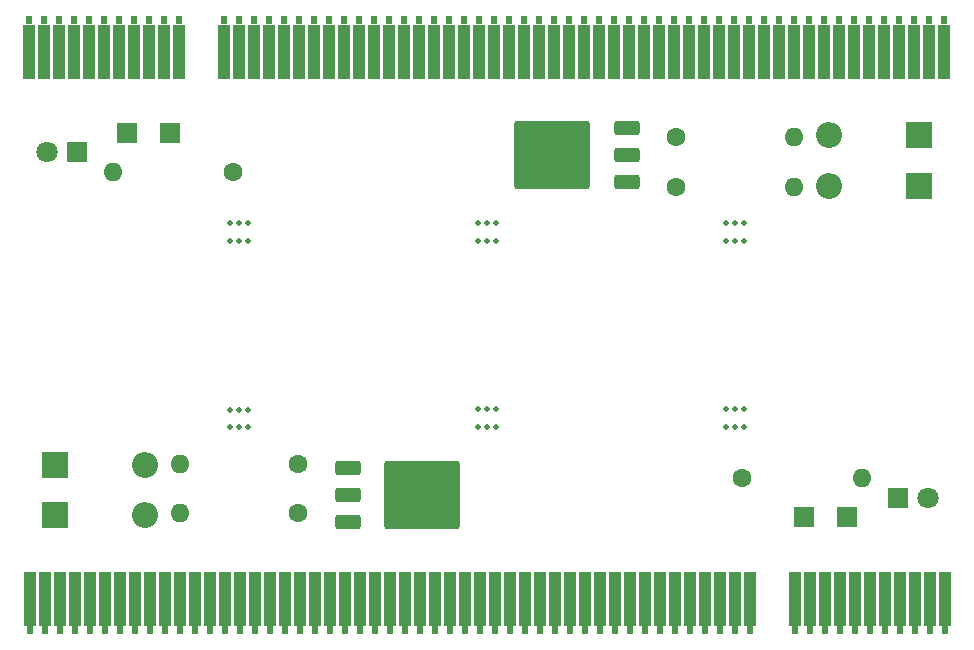
<source format=gbr>
%TF.GenerationSoftware,KiCad,Pcbnew,7.0.7*%
%TF.CreationDate,2023-11-02T08:16:26-05:00*%
%TF.ProjectId,PCI Blaster Mouse Bites,50434920-426c-4617-9374-6572204d6f75,rev?*%
%TF.SameCoordinates,Original*%
%TF.FileFunction,Soldermask,Top*%
%TF.FilePolarity,Negative*%
%FSLAX46Y46*%
G04 Gerber Fmt 4.6, Leading zero omitted, Abs format (unit mm)*
G04 Created by KiCad (PCBNEW 7.0.7) date 2023-11-02 08:16:26*
%MOMM*%
%LPD*%
G01*
G04 APERTURE LIST*
G04 Aperture macros list*
%AMRoundRect*
0 Rectangle with rounded corners*
0 $1 Rounding radius*
0 $2 $3 $4 $5 $6 $7 $8 $9 X,Y pos of 4 corners*
0 Add a 4 corners polygon primitive as box body*
4,1,4,$2,$3,$4,$5,$6,$7,$8,$9,$2,$3,0*
0 Add four circle primitives for the rounded corners*
1,1,$1+$1,$2,$3*
1,1,$1+$1,$4,$5*
1,1,$1+$1,$6,$7*
1,1,$1+$1,$8,$9*
0 Add four rect primitives between the rounded corners*
20,1,$1+$1,$2,$3,$4,$5,0*
20,1,$1+$1,$4,$5,$6,$7,0*
20,1,$1+$1,$6,$7,$8,$9,0*
20,1,$1+$1,$8,$9,$2,$3,0*%
G04 Aperture macros list end*
%ADD10C,0.500000*%
%ADD11R,2.200000X2.200000*%
%ADD12O,2.200000X2.200000*%
%ADD13C,1.600000*%
%ADD14O,1.600000X1.600000*%
%ADD15R,1.020000X4.570000*%
%ADD16R,0.510000X0.760000*%
%ADD17RoundRect,0.250000X0.850000X0.350000X-0.850000X0.350000X-0.850000X-0.350000X0.850000X-0.350000X0*%
%ADD18RoundRect,0.249997X2.950003X2.650003X-2.950003X2.650003X-2.950003X-2.650003X2.950003X-2.650003X0*%
%ADD19R,1.700000X1.700000*%
%ADD20R,1.800000X1.800000*%
%ADD21C,1.800000*%
%ADD22RoundRect,0.250000X-0.850000X-0.350000X0.850000X-0.350000X0.850000X0.350000X-0.850000X0.350000X0*%
%ADD23RoundRect,0.249997X-2.950003X-2.650003X2.950003X-2.650003X2.950003X2.650003X-2.950003X2.650003X0*%
G04 APERTURE END LIST*
D10*
%TO.C,mouse-bite-2mm-slot*%
X154750000Y-79220000D03*
X154750000Y-77720000D03*
X154000000Y-79220000D03*
X154000000Y-77720000D03*
X153250000Y-79220000D03*
X153250000Y-77720000D03*
%TD*%
%TO.C,mouse-bite-2mm-slot*%
X175750000Y-79180000D03*
X175750000Y-77680000D03*
X175000000Y-79180000D03*
X175000000Y-77680000D03*
X174250000Y-79180000D03*
X174250000Y-77680000D03*
%TD*%
D11*
%TO.C,D1*%
X190583000Y-74527000D03*
D12*
X182963000Y-74527000D03*
%TD*%
D11*
%TO.C,D2*%
X190583000Y-70277000D03*
D12*
X182963000Y-70277000D03*
%TD*%
D13*
%TO.C,C2*%
X169998000Y-74602000D03*
D14*
X179998000Y-74602000D03*
%TD*%
D13*
%TO.C,C1*%
X169998000Y-70442000D03*
D14*
X179998000Y-70442000D03*
%TD*%
D10*
%TO.C,mouse-bite-2mm-slot*%
X133750000Y-79220000D03*
X133750000Y-77720000D03*
X133000000Y-79220000D03*
X133000000Y-77720000D03*
X132250000Y-79220000D03*
X132250000Y-77720000D03*
%TD*%
D15*
%TO.C,J1*%
X192683000Y-63172000D03*
D16*
X192683000Y-60512000D03*
D15*
X191413000Y-63172000D03*
D16*
X191413000Y-60512000D03*
D15*
X190153000Y-63172000D03*
D16*
X190153000Y-60512000D03*
D15*
X188873000Y-63172000D03*
D16*
X188873000Y-60512000D03*
D15*
X187603000Y-63172000D03*
D16*
X187603000Y-60512000D03*
D15*
X186333000Y-63172000D03*
D16*
X186333000Y-60512000D03*
D15*
X185063000Y-63172000D03*
D16*
X185063000Y-60512000D03*
D15*
X183793000Y-63172000D03*
D16*
X183793000Y-60512000D03*
D15*
X182523000Y-63172000D03*
D16*
X182523000Y-60512000D03*
D15*
X181253000Y-63172000D03*
D16*
X181253000Y-60512000D03*
D15*
X179983000Y-63172000D03*
D16*
X179983000Y-60512000D03*
D15*
X178723000Y-63172000D03*
D16*
X178723000Y-60512000D03*
D15*
X177443000Y-63172000D03*
D16*
X177443000Y-60512000D03*
D15*
X176173000Y-63172000D03*
D16*
X176173000Y-60512000D03*
D15*
X174903000Y-63172000D03*
D16*
X174903000Y-60512000D03*
D15*
X173633000Y-63172000D03*
D16*
X173633000Y-60512000D03*
D15*
X172363000Y-63172000D03*
D16*
X172363000Y-60512000D03*
D15*
X171093000Y-63172000D03*
D16*
X171093000Y-60512000D03*
D15*
X169833000Y-63172000D03*
D16*
X169833000Y-60512000D03*
D15*
X168553000Y-63172000D03*
D16*
X168553000Y-60512000D03*
D15*
X167293000Y-63172000D03*
D16*
X167293000Y-60512000D03*
D15*
X166013000Y-63172000D03*
D16*
X166013000Y-60512000D03*
D15*
X164743000Y-63172000D03*
D16*
X164743000Y-60512000D03*
D15*
X163473000Y-63172000D03*
D16*
X163473000Y-60512000D03*
D15*
X162203000Y-63172000D03*
D16*
X162203000Y-60512000D03*
D15*
X160933000Y-63172000D03*
D16*
X160933000Y-60512000D03*
D15*
X159663000Y-63172000D03*
D16*
X159663000Y-60512000D03*
D15*
X158393000Y-63172000D03*
D16*
X158393000Y-60512000D03*
D15*
X157123000Y-63172000D03*
D16*
X157123000Y-60512000D03*
D15*
X155853000Y-63172000D03*
D16*
X155853000Y-60512000D03*
D15*
X154583000Y-63172000D03*
D16*
X154583000Y-60512000D03*
D15*
X153313000Y-63172000D03*
D16*
X153313000Y-60512000D03*
D15*
X152043000Y-63172000D03*
D16*
X152043000Y-60512000D03*
D15*
X150773000Y-63172000D03*
D16*
X150773000Y-60512000D03*
D15*
X149503000Y-63172000D03*
D16*
X149503000Y-60512000D03*
D15*
X148233000Y-63172000D03*
D16*
X148233000Y-60512000D03*
D15*
X146963000Y-63172000D03*
D16*
X146963000Y-60512000D03*
D15*
X145693000Y-63172000D03*
D16*
X145693000Y-60512000D03*
D15*
X144423000Y-63172000D03*
D16*
X144423000Y-60512000D03*
D15*
X143153000Y-63172000D03*
D16*
X143153000Y-60512000D03*
D15*
X141883000Y-63172000D03*
D16*
X141883000Y-60512000D03*
D15*
X140613000Y-63172000D03*
D16*
X140613000Y-60512000D03*
D15*
X139343000Y-63172000D03*
D16*
X139343000Y-60512000D03*
D15*
X138073000Y-63172000D03*
D16*
X138073000Y-60512000D03*
D15*
X136803000Y-63172000D03*
D16*
X136803000Y-60512000D03*
D15*
X135533000Y-63172000D03*
D16*
X135533000Y-60512000D03*
D15*
X134263000Y-63172000D03*
D16*
X134263000Y-60512000D03*
D15*
X132993000Y-63172000D03*
D16*
X132993000Y-60512000D03*
D15*
X131723000Y-63172000D03*
D16*
X131723000Y-60512000D03*
D15*
X127913000Y-63172000D03*
D16*
X127913000Y-60512000D03*
D15*
X126643000Y-63172000D03*
D16*
X126643000Y-60512000D03*
D15*
X125373000Y-63172000D03*
D16*
X125373000Y-60512000D03*
D15*
X124103000Y-63172000D03*
D16*
X124103000Y-60512000D03*
D15*
X122833000Y-63172000D03*
D16*
X122833000Y-60512000D03*
D15*
X121563000Y-63172000D03*
D16*
X121563000Y-60512000D03*
D15*
X120293000Y-63172000D03*
D16*
X120293000Y-60512000D03*
D15*
X119023000Y-63172000D03*
D16*
X119023000Y-60512000D03*
D15*
X117753000Y-63172000D03*
D16*
X117753000Y-60512000D03*
D15*
X116483000Y-63172000D03*
D16*
X116483000Y-60512000D03*
D15*
X115223000Y-63172000D03*
D16*
X115223000Y-60512000D03*
%TD*%
D17*
%TO.C,AMS1117CD-3.3*%
X165798000Y-74227000D03*
X165798000Y-71947000D03*
D18*
X159498000Y-71947000D03*
D17*
X165798000Y-69667000D03*
%TD*%
D19*
%TO.C,TP2*%
X123523000Y-70057000D03*
%TD*%
%TO.C,TP1*%
X127173000Y-70097000D03*
%TD*%
D13*
%TO.C,R1*%
X132458000Y-73402000D03*
D14*
X122298000Y-73402000D03*
%TD*%
D20*
%TO.C,+3.3V*%
X119258000Y-71652000D03*
D21*
X116718000Y-71652000D03*
%TD*%
D10*
%TO.C,mouse-bite-2mm-slot*%
X154000000Y-93440000D03*
X154000000Y-94940000D03*
X154750000Y-93440000D03*
X153250000Y-93440000D03*
X153250000Y-94940000D03*
X154750000Y-94940000D03*
%TD*%
%TO.C,mouse-bite-2mm-slot*%
X175000000Y-93440000D03*
X175000000Y-94940000D03*
X175750000Y-93440000D03*
X174250000Y-93440000D03*
X174250000Y-94940000D03*
X175750000Y-94940000D03*
%TD*%
%TO.C,mouse-bite-2mm-slot*%
X133000000Y-93480000D03*
X133000000Y-94980000D03*
X133750000Y-93480000D03*
X132250000Y-93480000D03*
X132250000Y-94980000D03*
X133750000Y-94980000D03*
%TD*%
D11*
%TO.C,D2*%
X117417000Y-102383000D03*
D12*
X125037000Y-102383000D03*
%TD*%
D19*
%TO.C,TP2*%
X184477000Y-102603000D03*
%TD*%
D15*
%TO.C,J1*%
X115317000Y-109488000D03*
D16*
X115317000Y-112148000D03*
D15*
X116587000Y-109488000D03*
D16*
X116587000Y-112148000D03*
D15*
X117847000Y-109488000D03*
D16*
X117847000Y-112148000D03*
D15*
X119127000Y-109488000D03*
D16*
X119127000Y-112148000D03*
D15*
X120397000Y-109488000D03*
D16*
X120397000Y-112148000D03*
D15*
X121667000Y-109488000D03*
D16*
X121667000Y-112148000D03*
D15*
X122937000Y-109488000D03*
D16*
X122937000Y-112148000D03*
D15*
X124207000Y-109488000D03*
D16*
X124207000Y-112148000D03*
D15*
X125477000Y-109488000D03*
D16*
X125477000Y-112148000D03*
D15*
X126747000Y-109488000D03*
D16*
X126747000Y-112148000D03*
D15*
X128017000Y-109488000D03*
D16*
X128017000Y-112148000D03*
D15*
X129277000Y-109488000D03*
D16*
X129277000Y-112148000D03*
D15*
X130557000Y-109488000D03*
D16*
X130557000Y-112148000D03*
D15*
X131827000Y-109488000D03*
D16*
X131827000Y-112148000D03*
D15*
X133097000Y-109488000D03*
D16*
X133097000Y-112148000D03*
D15*
X134367000Y-109488000D03*
D16*
X134367000Y-112148000D03*
D15*
X135637000Y-109488000D03*
D16*
X135637000Y-112148000D03*
D15*
X136907000Y-109488000D03*
D16*
X136907000Y-112148000D03*
D15*
X138167000Y-109488000D03*
D16*
X138167000Y-112148000D03*
D15*
X139447000Y-109488000D03*
D16*
X139447000Y-112148000D03*
D15*
X140707000Y-109488000D03*
D16*
X140707000Y-112148000D03*
D15*
X141987000Y-109488000D03*
D16*
X141987000Y-112148000D03*
D15*
X143257000Y-109488000D03*
D16*
X143257000Y-112148000D03*
D15*
X144527000Y-109488000D03*
D16*
X144527000Y-112148000D03*
D15*
X145797000Y-109488000D03*
D16*
X145797000Y-112148000D03*
D15*
X147067000Y-109488000D03*
D16*
X147067000Y-112148000D03*
D15*
X148337000Y-109488000D03*
D16*
X148337000Y-112148000D03*
D15*
X149607000Y-109488000D03*
D16*
X149607000Y-112148000D03*
D15*
X150877000Y-109488000D03*
D16*
X150877000Y-112148000D03*
D15*
X152147000Y-109488000D03*
D16*
X152147000Y-112148000D03*
D15*
X153417000Y-109488000D03*
D16*
X153417000Y-112148000D03*
D15*
X154687000Y-109488000D03*
D16*
X154687000Y-112148000D03*
D15*
X155957000Y-109488000D03*
D16*
X155957000Y-112148000D03*
D15*
X157227000Y-109488000D03*
D16*
X157227000Y-112148000D03*
D15*
X158497000Y-109488000D03*
D16*
X158497000Y-112148000D03*
D15*
X159767000Y-109488000D03*
D16*
X159767000Y-112148000D03*
D15*
X161037000Y-109488000D03*
D16*
X161037000Y-112148000D03*
D15*
X162307000Y-109488000D03*
D16*
X162307000Y-112148000D03*
D15*
X163577000Y-109488000D03*
D16*
X163577000Y-112148000D03*
D15*
X164847000Y-109488000D03*
D16*
X164847000Y-112148000D03*
D15*
X166117000Y-109488000D03*
D16*
X166117000Y-112148000D03*
D15*
X167387000Y-109488000D03*
D16*
X167387000Y-112148000D03*
D15*
X168657000Y-109488000D03*
D16*
X168657000Y-112148000D03*
D15*
X169927000Y-109488000D03*
D16*
X169927000Y-112148000D03*
D15*
X171197000Y-109488000D03*
D16*
X171197000Y-112148000D03*
D15*
X172467000Y-109488000D03*
D16*
X172467000Y-112148000D03*
D15*
X173737000Y-109488000D03*
D16*
X173737000Y-112148000D03*
D15*
X175007000Y-109488000D03*
D16*
X175007000Y-112148000D03*
D15*
X176277000Y-109488000D03*
D16*
X176277000Y-112148000D03*
D15*
X180087000Y-109488000D03*
D16*
X180087000Y-112148000D03*
D15*
X181357000Y-109488000D03*
D16*
X181357000Y-112148000D03*
D15*
X182627000Y-109488000D03*
D16*
X182627000Y-112148000D03*
D15*
X183897000Y-109488000D03*
D16*
X183897000Y-112148000D03*
D15*
X185167000Y-109488000D03*
D16*
X185167000Y-112148000D03*
D15*
X186437000Y-109488000D03*
D16*
X186437000Y-112148000D03*
D15*
X187707000Y-109488000D03*
D16*
X187707000Y-112148000D03*
D15*
X188977000Y-109488000D03*
D16*
X188977000Y-112148000D03*
D15*
X190247000Y-109488000D03*
D16*
X190247000Y-112148000D03*
D15*
X191517000Y-109488000D03*
D16*
X191517000Y-112148000D03*
D15*
X192777000Y-109488000D03*
D16*
X192777000Y-112148000D03*
%TD*%
D20*
%TO.C,+3.3V*%
X188742000Y-101008000D03*
D21*
X191282000Y-101008000D03*
%TD*%
D13*
%TO.C,R1*%
X175542000Y-99258000D03*
D14*
X185702000Y-99258000D03*
%TD*%
D13*
%TO.C,C1*%
X138002000Y-102218000D03*
D14*
X128002000Y-102218000D03*
%TD*%
D11*
%TO.C,D1*%
X117417000Y-98133000D03*
D12*
X125037000Y-98133000D03*
%TD*%
D13*
%TO.C,C2*%
X138002000Y-98058000D03*
D14*
X128002000Y-98058000D03*
%TD*%
D22*
%TO.C,AMS1117CD-3.3*%
X142202000Y-98433000D03*
X142202000Y-100713000D03*
D23*
X148502000Y-100713000D03*
D22*
X142202000Y-102993000D03*
%TD*%
D19*
%TO.C,TP1*%
X180827000Y-102563000D03*
%TD*%
M02*

</source>
